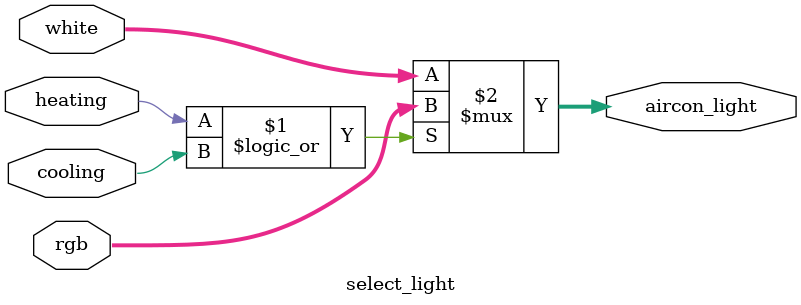
<source format=v>
`timescale 1ns / 100ps

module select_light(
    //Todo: define inputs here
	input [5:0] rgb,
	input [5:0] white,
	input heating,
	input cooling,
	output [5:0] aircon_light
    	);
    
    //Todo: define registers and wires here
	wire [5:0] aircon_light;

    //Todo: define your logic here  

	//delay by 5 ticks 
	assign #5 aircon_light = (heating || cooling)? rgb : white;
endmodule

</source>
